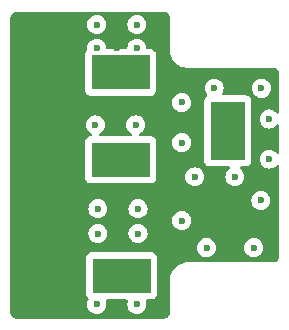
<source format=gbr>
%TF.GenerationSoftware,KiCad,Pcbnew,8.0.7*%
%TF.CreationDate,2025-04-11T01:52:17-04:00*%
%TF.ProjectId,1M_3F,314d5f33-462e-46b6-9963-61645f706362,rev?*%
%TF.SameCoordinates,Original*%
%TF.FileFunction,Copper,L3,Inr*%
%TF.FilePolarity,Positive*%
%FSLAX46Y46*%
G04 Gerber Fmt 4.6, Leading zero omitted, Abs format (unit mm)*
G04 Created by KiCad (PCBNEW 8.0.7) date 2025-04-11 01:52:17*
%MOMM*%
%LPD*%
G01*
G04 APERTURE LIST*
%TA.AperFunction,ComponentPad*%
%ADD10R,3.000000X5.000000*%
%TD*%
%TA.AperFunction,ComponentPad*%
%ADD11R,5.000000X3.000000*%
%TD*%
%TA.AperFunction,ViaPad*%
%ADD12C,0.600000*%
%TD*%
G04 APERTURE END LIST*
D10*
%TO.N,Net-(J1-Pin_1)*%
%TO.C,J1*%
X97207100Y-47653300D03*
D11*
%TO.N,GND*%
X102844600Y-47040800D03*
%TD*%
D10*
%TO.N,Net-(J1-Pin_1)*%
%TO.C,J3*%
X96275000Y-56262500D03*
D11*
%TO.N,GND*%
X102912500Y-56875000D03*
%TD*%
%TO.N,Net-(J1-Pin_1)*%
%TO.C,J4*%
X111287500Y-51247500D03*
D10*
%TO.N,GND*%
X111900000Y-44610000D03*
%TD*%
%TO.N,Net-(J1-Pin_1)*%
%TO.C,J2*%
X96200000Y-39050000D03*
D11*
%TO.N,GND*%
X102837500Y-39662500D03*
%TD*%
D12*
%TO.N,GND*%
X114100000Y-54500000D03*
%TO.N,Net-(J1-Pin_1)*%
X108350000Y-54500000D03*
X111750000Y-54500000D03*
%TO.N,GND*%
X110100000Y-54500000D03*
X110750000Y-41000000D03*
X100800000Y-59300000D03*
X112500000Y-48500000D03*
X104200000Y-35600000D03*
X104300000Y-51200000D03*
X104100000Y-44100000D03*
X100700000Y-44100000D03*
X100900000Y-51200000D03*
X104300000Y-53300000D03*
X108000000Y-52200000D03*
X100800000Y-35600000D03*
X115400000Y-47000000D03*
X104200000Y-37600000D03*
X108000000Y-42200000D03*
X108000000Y-45600000D03*
X104200000Y-59300000D03*
X100800000Y-37600000D03*
X114700000Y-50500000D03*
X109100000Y-48500000D03*
X100900000Y-53300000D03*
X115400000Y-43600000D03*
X114750000Y-41000000D03*
%TO.N,Net-(J1-Pin_1)*%
X94600000Y-46200000D03*
X94600000Y-50200000D03*
X95100000Y-42300000D03*
X108000000Y-50500000D03*
X97200000Y-52900000D03*
X98600000Y-38300000D03*
X96100000Y-59800000D03*
X99200000Y-35400000D03*
X102600000Y-53300000D03*
X115400000Y-45300000D03*
X95200000Y-52900000D03*
X94200000Y-51200000D03*
X95100000Y-44100000D03*
X99200000Y-51200000D03*
X94600000Y-45200000D03*
X98100000Y-42300000D03*
X115750000Y-42000000D03*
X108000000Y-47300000D03*
X112400000Y-41000000D03*
X95200000Y-35400000D03*
X102600000Y-51200000D03*
X99100000Y-44100000D03*
X102400000Y-44100000D03*
X98100000Y-44100000D03*
X99100000Y-42300000D03*
X96200000Y-52900000D03*
X97200000Y-35400000D03*
X108000000Y-43900000D03*
X97200000Y-51200000D03*
X96200000Y-35400000D03*
X94200000Y-52900000D03*
X99100000Y-59800000D03*
X94100000Y-59800000D03*
X99200000Y-52900000D03*
X105900000Y-37600000D03*
X98600000Y-36300000D03*
X110800000Y-48500000D03*
X98600000Y-39300000D03*
X102500000Y-35600000D03*
X96100000Y-42300000D03*
X98200000Y-35400000D03*
X98600000Y-40300000D03*
X98600000Y-37300000D03*
X102500000Y-59300000D03*
X94100000Y-44100000D03*
X106000000Y-51200000D03*
X98100000Y-59800000D03*
X94600000Y-49200000D03*
X105800000Y-44100000D03*
X94100000Y-42300000D03*
X97100000Y-44100000D03*
X109000000Y-41000000D03*
X105900000Y-59300000D03*
X95100000Y-59800000D03*
X96100000Y-44100000D03*
X114700000Y-52200000D03*
X97100000Y-59800000D03*
X97100000Y-42300000D03*
X114200000Y-48500000D03*
X94600000Y-47200000D03*
X106000000Y-53300000D03*
X98200000Y-52900000D03*
X94600000Y-48200000D03*
X95200000Y-51200000D03*
X96200000Y-51200000D03*
X98200000Y-51200000D03*
X102500000Y-37600000D03*
X105900000Y-35600000D03*
X98600000Y-41300000D03*
X94200000Y-35400000D03*
%TD*%
%TA.AperFunction,Conductor*%
%TO.N,Net-(J1-Pin_1)*%
G36*
X106506922Y-34501280D02*
G01*
X106597266Y-34511459D01*
X106624331Y-34517636D01*
X106703540Y-34545352D01*
X106728553Y-34557398D01*
X106799606Y-34602043D01*
X106821313Y-34619355D01*
X106880644Y-34678686D01*
X106897957Y-34700395D01*
X106942600Y-34771444D01*
X106954648Y-34796462D01*
X106982362Y-34875666D01*
X106988540Y-34902735D01*
X106998720Y-34993076D01*
X106999500Y-35006961D01*
X106999500Y-37857317D01*
X107030044Y-38069764D01*
X107030047Y-38069774D01*
X107090517Y-38275715D01*
X107179672Y-38470938D01*
X107179679Y-38470951D01*
X107295720Y-38651514D01*
X107436275Y-38813724D01*
X107560277Y-38921172D01*
X107598487Y-38954281D01*
X107714831Y-39029050D01*
X107779048Y-39070320D01*
X107779061Y-39070327D01*
X107974284Y-39159482D01*
X107974288Y-39159483D01*
X107974290Y-39159484D01*
X108180231Y-39219954D01*
X108180232Y-39219954D01*
X108180235Y-39219955D01*
X108243584Y-39229062D01*
X108392682Y-39250500D01*
X108434108Y-39250500D01*
X115684108Y-39250500D01*
X115743038Y-39250500D01*
X115756922Y-39251280D01*
X115847266Y-39261459D01*
X115874331Y-39267636D01*
X115953540Y-39295352D01*
X115978553Y-39307398D01*
X116049606Y-39352043D01*
X116071313Y-39369355D01*
X116130644Y-39428686D01*
X116147957Y-39450395D01*
X116192600Y-39521444D01*
X116204648Y-39546462D01*
X116232362Y-39625666D01*
X116238540Y-39652735D01*
X116248720Y-39743076D01*
X116249500Y-39756961D01*
X116249500Y-43018841D01*
X116229815Y-43085880D01*
X116177011Y-43131635D01*
X116107853Y-43141579D01*
X116044297Y-43112554D01*
X116034770Y-43102631D01*
X116034740Y-43102662D01*
X115902262Y-42970184D01*
X115749523Y-42874211D01*
X115579254Y-42814631D01*
X115579249Y-42814630D01*
X115400004Y-42794435D01*
X115399996Y-42794435D01*
X115220750Y-42814630D01*
X115220745Y-42814631D01*
X115050476Y-42874211D01*
X114897737Y-42970184D01*
X114770184Y-43097737D01*
X114674211Y-43250476D01*
X114614631Y-43420745D01*
X114614630Y-43420750D01*
X114594435Y-43599996D01*
X114594435Y-43600003D01*
X114614630Y-43779249D01*
X114614631Y-43779254D01*
X114674211Y-43949523D01*
X114744166Y-44060855D01*
X114770184Y-44102262D01*
X114897738Y-44229816D01*
X115050478Y-44325789D01*
X115220745Y-44385368D01*
X115220750Y-44385369D01*
X115399996Y-44405565D01*
X115400000Y-44405565D01*
X115400004Y-44405565D01*
X115579249Y-44385369D01*
X115579252Y-44385368D01*
X115579255Y-44385368D01*
X115749522Y-44325789D01*
X115902262Y-44229816D01*
X116029816Y-44102262D01*
X116029816Y-44102261D01*
X116034740Y-44097338D01*
X116036011Y-44098609D01*
X116085740Y-44063705D01*
X116155552Y-44060855D01*
X116215822Y-44096200D01*
X116247416Y-44158518D01*
X116249500Y-44181158D01*
X116249500Y-46418841D01*
X116229815Y-46485880D01*
X116177011Y-46531635D01*
X116107853Y-46541579D01*
X116044297Y-46512554D01*
X116034770Y-46502631D01*
X116034740Y-46502662D01*
X115902262Y-46370184D01*
X115749523Y-46274211D01*
X115579254Y-46214631D01*
X115579249Y-46214630D01*
X115400004Y-46194435D01*
X115399996Y-46194435D01*
X115220750Y-46214630D01*
X115220745Y-46214631D01*
X115050476Y-46274211D01*
X114897737Y-46370184D01*
X114770184Y-46497737D01*
X114674211Y-46650476D01*
X114614631Y-46820745D01*
X114614630Y-46820750D01*
X114594435Y-46999996D01*
X114594435Y-47000003D01*
X114614630Y-47179249D01*
X114614631Y-47179254D01*
X114674211Y-47349523D01*
X114744166Y-47460855D01*
X114770184Y-47502262D01*
X114897738Y-47629816D01*
X114898324Y-47630184D01*
X115032721Y-47714632D01*
X115050478Y-47725789D01*
X115125802Y-47752146D01*
X115220745Y-47785368D01*
X115220750Y-47785369D01*
X115399996Y-47805565D01*
X115400000Y-47805565D01*
X115400004Y-47805565D01*
X115579249Y-47785369D01*
X115579252Y-47785368D01*
X115579255Y-47785368D01*
X115749522Y-47725789D01*
X115902262Y-47629816D01*
X116029816Y-47502262D01*
X116029816Y-47502261D01*
X116034740Y-47497338D01*
X116036011Y-47498609D01*
X116085740Y-47463705D01*
X116155552Y-47460855D01*
X116215822Y-47496200D01*
X116247416Y-47558518D01*
X116249500Y-47581158D01*
X116249500Y-55243038D01*
X116248720Y-55256923D01*
X116238540Y-55347264D01*
X116232362Y-55374333D01*
X116204648Y-55453537D01*
X116192600Y-55478555D01*
X116147957Y-55549604D01*
X116130644Y-55571313D01*
X116071313Y-55630644D01*
X116049604Y-55647957D01*
X115978555Y-55692600D01*
X115953537Y-55704648D01*
X115874333Y-55732362D01*
X115847264Y-55738540D01*
X115767075Y-55747576D01*
X115756921Y-55748720D01*
X115743038Y-55749500D01*
X108392682Y-55749500D01*
X108180235Y-55780044D01*
X108180225Y-55780047D01*
X107974284Y-55840517D01*
X107779061Y-55929672D01*
X107779048Y-55929679D01*
X107598485Y-56045720D01*
X107436275Y-56186275D01*
X107295720Y-56348485D01*
X107179679Y-56529048D01*
X107179672Y-56529061D01*
X107090517Y-56724284D01*
X107030047Y-56930225D01*
X107030044Y-56930235D01*
X106999500Y-57142682D01*
X106999500Y-59993038D01*
X106998720Y-60006923D01*
X106988540Y-60097264D01*
X106982362Y-60124333D01*
X106954648Y-60203537D01*
X106942600Y-60228555D01*
X106897957Y-60299604D01*
X106880644Y-60321313D01*
X106821313Y-60380644D01*
X106799604Y-60397957D01*
X106728555Y-60442600D01*
X106703537Y-60454648D01*
X106624333Y-60482362D01*
X106597264Y-60488540D01*
X106517075Y-60497576D01*
X106506921Y-60498720D01*
X106493038Y-60499500D01*
X94006962Y-60499500D01*
X93993078Y-60498720D01*
X93980553Y-60497308D01*
X93902735Y-60488540D01*
X93875666Y-60482362D01*
X93796462Y-60454648D01*
X93771444Y-60442600D01*
X93700395Y-60397957D01*
X93678686Y-60380644D01*
X93619355Y-60321313D01*
X93602042Y-60299604D01*
X93557399Y-60228555D01*
X93545351Y-60203537D01*
X93517637Y-60124333D01*
X93511459Y-60097263D01*
X93501280Y-60006922D01*
X93500500Y-59993038D01*
X93500500Y-55327135D01*
X99912000Y-55327135D01*
X99912000Y-58422870D01*
X99912001Y-58422876D01*
X99918408Y-58482483D01*
X99968702Y-58617328D01*
X99968706Y-58617335D01*
X100054951Y-58732542D01*
X100054954Y-58732546D01*
X100054957Y-58732548D01*
X100054960Y-58732551D01*
X100069700Y-58743586D01*
X100111571Y-58799519D01*
X100116555Y-58869211D01*
X100100384Y-58908822D01*
X100074209Y-58950480D01*
X100014633Y-59120737D01*
X100014630Y-59120750D01*
X99994435Y-59299996D01*
X99994435Y-59300003D01*
X100014630Y-59479249D01*
X100014631Y-59479254D01*
X100074211Y-59649523D01*
X100170184Y-59802262D01*
X100297738Y-59929816D01*
X100450478Y-60025789D01*
X100620745Y-60085368D01*
X100620750Y-60085369D01*
X100799996Y-60105565D01*
X100800000Y-60105565D01*
X100800004Y-60105565D01*
X100979249Y-60085369D01*
X100979252Y-60085368D01*
X100979255Y-60085368D01*
X101149522Y-60025789D01*
X101302262Y-59929816D01*
X101429816Y-59802262D01*
X101525789Y-59649522D01*
X101585368Y-59479255D01*
X101605565Y-59300000D01*
X101585368Y-59120745D01*
X101557273Y-59040454D01*
X101553712Y-58970675D01*
X101588441Y-58910047D01*
X101650434Y-58877820D01*
X101674315Y-58875499D01*
X103325685Y-58875499D01*
X103392724Y-58895184D01*
X103438479Y-58947988D01*
X103448423Y-59017146D01*
X103442727Y-59040454D01*
X103414631Y-59120745D01*
X103414630Y-59120750D01*
X103394435Y-59299996D01*
X103394435Y-59300003D01*
X103414630Y-59479249D01*
X103414631Y-59479254D01*
X103474211Y-59649523D01*
X103570184Y-59802262D01*
X103697738Y-59929816D01*
X103850478Y-60025789D01*
X104020745Y-60085368D01*
X104020750Y-60085369D01*
X104199996Y-60105565D01*
X104200000Y-60105565D01*
X104200004Y-60105565D01*
X104379249Y-60085369D01*
X104379252Y-60085368D01*
X104379255Y-60085368D01*
X104549522Y-60025789D01*
X104702262Y-59929816D01*
X104829816Y-59802262D01*
X104925789Y-59649522D01*
X104985368Y-59479255D01*
X105005565Y-59300000D01*
X104985368Y-59120745D01*
X104957273Y-59040454D01*
X104953712Y-58970675D01*
X104988441Y-58910047D01*
X105050434Y-58877820D01*
X105074315Y-58875499D01*
X105460371Y-58875499D01*
X105460372Y-58875499D01*
X105519983Y-58869091D01*
X105654831Y-58818796D01*
X105770046Y-58732546D01*
X105856296Y-58617331D01*
X105906591Y-58482483D01*
X105913000Y-58422873D01*
X105912999Y-55327128D01*
X105906591Y-55267517D01*
X105891027Y-55225789D01*
X105856297Y-55132671D01*
X105856293Y-55132664D01*
X105770047Y-55017455D01*
X105770044Y-55017452D01*
X105654835Y-54931206D01*
X105654828Y-54931202D01*
X105519982Y-54880908D01*
X105519983Y-54880908D01*
X105460383Y-54874501D01*
X105460381Y-54874500D01*
X105460373Y-54874500D01*
X105460364Y-54874500D01*
X100364629Y-54874500D01*
X100364623Y-54874501D01*
X100305016Y-54880908D01*
X100170171Y-54931202D01*
X100170164Y-54931206D01*
X100054955Y-55017452D01*
X100054952Y-55017455D01*
X99968706Y-55132664D01*
X99968702Y-55132671D01*
X99918408Y-55267517D01*
X99914318Y-55305565D01*
X99912001Y-55327123D01*
X99912000Y-55327135D01*
X93500500Y-55327135D01*
X93500500Y-54499996D01*
X109294435Y-54499996D01*
X109294435Y-54500003D01*
X109314630Y-54679249D01*
X109314631Y-54679254D01*
X109374211Y-54849523D01*
X109470184Y-55002262D01*
X109597738Y-55129816D01*
X109750478Y-55225789D01*
X109839454Y-55256923D01*
X109920745Y-55285368D01*
X109920750Y-55285369D01*
X110099996Y-55305565D01*
X110100000Y-55305565D01*
X110100004Y-55305565D01*
X110279249Y-55285369D01*
X110279252Y-55285368D01*
X110279255Y-55285368D01*
X110449522Y-55225789D01*
X110602262Y-55129816D01*
X110729816Y-55002262D01*
X110825789Y-54849522D01*
X110885368Y-54679255D01*
X110905565Y-54500000D01*
X110905565Y-54499996D01*
X113294435Y-54499996D01*
X113294435Y-54500003D01*
X113314630Y-54679249D01*
X113314631Y-54679254D01*
X113374211Y-54849523D01*
X113470184Y-55002262D01*
X113597738Y-55129816D01*
X113750478Y-55225789D01*
X113839454Y-55256923D01*
X113920745Y-55285368D01*
X113920750Y-55285369D01*
X114099996Y-55305565D01*
X114100000Y-55305565D01*
X114100004Y-55305565D01*
X114279249Y-55285369D01*
X114279252Y-55285368D01*
X114279255Y-55285368D01*
X114449522Y-55225789D01*
X114602262Y-55129816D01*
X114729816Y-55002262D01*
X114825789Y-54849522D01*
X114885368Y-54679255D01*
X114905565Y-54500000D01*
X114885368Y-54320745D01*
X114825789Y-54150478D01*
X114729816Y-53997738D01*
X114602262Y-53870184D01*
X114449523Y-53774211D01*
X114279254Y-53714631D01*
X114279249Y-53714630D01*
X114100004Y-53694435D01*
X114099996Y-53694435D01*
X113920750Y-53714630D01*
X113920745Y-53714631D01*
X113750476Y-53774211D01*
X113597737Y-53870184D01*
X113470184Y-53997737D01*
X113374211Y-54150476D01*
X113314631Y-54320745D01*
X113314630Y-54320750D01*
X113294435Y-54499996D01*
X110905565Y-54499996D01*
X110885368Y-54320745D01*
X110825789Y-54150478D01*
X110729816Y-53997738D01*
X110602262Y-53870184D01*
X110449523Y-53774211D01*
X110279254Y-53714631D01*
X110279249Y-53714630D01*
X110100004Y-53694435D01*
X110099996Y-53694435D01*
X109920750Y-53714630D01*
X109920745Y-53714631D01*
X109750476Y-53774211D01*
X109597737Y-53870184D01*
X109470184Y-53997737D01*
X109374211Y-54150476D01*
X109314631Y-54320745D01*
X109314630Y-54320750D01*
X109294435Y-54499996D01*
X93500500Y-54499996D01*
X93500500Y-53299996D01*
X100094435Y-53299996D01*
X100094435Y-53300003D01*
X100114630Y-53479249D01*
X100114631Y-53479254D01*
X100174211Y-53649523D01*
X100215122Y-53714632D01*
X100270184Y-53802262D01*
X100397738Y-53929816D01*
X100488080Y-53986582D01*
X100505833Y-53997737D01*
X100550478Y-54025789D01*
X100720745Y-54085368D01*
X100720750Y-54085369D01*
X100899996Y-54105565D01*
X100900000Y-54105565D01*
X100900004Y-54105565D01*
X101079249Y-54085369D01*
X101079252Y-54085368D01*
X101079255Y-54085368D01*
X101249522Y-54025789D01*
X101402262Y-53929816D01*
X101529816Y-53802262D01*
X101625789Y-53649522D01*
X101685368Y-53479255D01*
X101705565Y-53300000D01*
X101705565Y-53299996D01*
X103494435Y-53299996D01*
X103494435Y-53300003D01*
X103514630Y-53479249D01*
X103514631Y-53479254D01*
X103574211Y-53649523D01*
X103615122Y-53714632D01*
X103670184Y-53802262D01*
X103797738Y-53929816D01*
X103888080Y-53986582D01*
X103905833Y-53997737D01*
X103950478Y-54025789D01*
X104120745Y-54085368D01*
X104120750Y-54085369D01*
X104299996Y-54105565D01*
X104300000Y-54105565D01*
X104300004Y-54105565D01*
X104479249Y-54085369D01*
X104479252Y-54085368D01*
X104479255Y-54085368D01*
X104649522Y-54025789D01*
X104802262Y-53929816D01*
X104929816Y-53802262D01*
X105025789Y-53649522D01*
X105085368Y-53479255D01*
X105105565Y-53300000D01*
X105085368Y-53120745D01*
X105025789Y-52950478D01*
X104929816Y-52797738D01*
X104802262Y-52670184D01*
X104649523Y-52574211D01*
X104479254Y-52514631D01*
X104479249Y-52514630D01*
X104300004Y-52494435D01*
X104299996Y-52494435D01*
X104120750Y-52514630D01*
X104120745Y-52514631D01*
X103950476Y-52574211D01*
X103797737Y-52670184D01*
X103670184Y-52797737D01*
X103574211Y-52950476D01*
X103514631Y-53120745D01*
X103514630Y-53120750D01*
X103494435Y-53299996D01*
X101705565Y-53299996D01*
X101685368Y-53120745D01*
X101625789Y-52950478D01*
X101529816Y-52797738D01*
X101402262Y-52670184D01*
X101249523Y-52574211D01*
X101079254Y-52514631D01*
X101079249Y-52514630D01*
X100900004Y-52494435D01*
X100899996Y-52494435D01*
X100720750Y-52514630D01*
X100720745Y-52514631D01*
X100550476Y-52574211D01*
X100397737Y-52670184D01*
X100270184Y-52797737D01*
X100174211Y-52950476D01*
X100114631Y-53120745D01*
X100114630Y-53120750D01*
X100094435Y-53299996D01*
X93500500Y-53299996D01*
X93500500Y-52199996D01*
X107194435Y-52199996D01*
X107194435Y-52200003D01*
X107214630Y-52379249D01*
X107214631Y-52379254D01*
X107274211Y-52549523D01*
X107289724Y-52574211D01*
X107370184Y-52702262D01*
X107497738Y-52829816D01*
X107650478Y-52925789D01*
X107820745Y-52985368D01*
X107820750Y-52985369D01*
X107999996Y-53005565D01*
X108000000Y-53005565D01*
X108000004Y-53005565D01*
X108179249Y-52985369D01*
X108179252Y-52985368D01*
X108179255Y-52985368D01*
X108349522Y-52925789D01*
X108502262Y-52829816D01*
X108629816Y-52702262D01*
X108725789Y-52549522D01*
X108785368Y-52379255D01*
X108805565Y-52200000D01*
X108785368Y-52020745D01*
X108725789Y-51850478D01*
X108629816Y-51697738D01*
X108502262Y-51570184D01*
X108469379Y-51549522D01*
X108349523Y-51474211D01*
X108179254Y-51414631D01*
X108179249Y-51414630D01*
X108000004Y-51394435D01*
X107999996Y-51394435D01*
X107820750Y-51414630D01*
X107820745Y-51414631D01*
X107650476Y-51474211D01*
X107497737Y-51570184D01*
X107370184Y-51697737D01*
X107274211Y-51850476D01*
X107214631Y-52020745D01*
X107214630Y-52020750D01*
X107194435Y-52199996D01*
X93500500Y-52199996D01*
X93500500Y-51199996D01*
X100094435Y-51199996D01*
X100094435Y-51200003D01*
X100114630Y-51379249D01*
X100114631Y-51379254D01*
X100174211Y-51549523D01*
X100267341Y-51697737D01*
X100270184Y-51702262D01*
X100397738Y-51829816D01*
X100550478Y-51925789D01*
X100720745Y-51985368D01*
X100720750Y-51985369D01*
X100899996Y-52005565D01*
X100900000Y-52005565D01*
X100900004Y-52005565D01*
X101079249Y-51985369D01*
X101079252Y-51985368D01*
X101079255Y-51985368D01*
X101249522Y-51925789D01*
X101402262Y-51829816D01*
X101529816Y-51702262D01*
X101625789Y-51549522D01*
X101685368Y-51379255D01*
X101693671Y-51305565D01*
X101705565Y-51200003D01*
X101705565Y-51199996D01*
X103494435Y-51199996D01*
X103494435Y-51200003D01*
X103514630Y-51379249D01*
X103514631Y-51379254D01*
X103574211Y-51549523D01*
X103667341Y-51697737D01*
X103670184Y-51702262D01*
X103797738Y-51829816D01*
X103950478Y-51925789D01*
X104120745Y-51985368D01*
X104120750Y-51985369D01*
X104299996Y-52005565D01*
X104300000Y-52005565D01*
X104300004Y-52005565D01*
X104479249Y-51985369D01*
X104479252Y-51985368D01*
X104479255Y-51985368D01*
X104649522Y-51925789D01*
X104802262Y-51829816D01*
X104929816Y-51702262D01*
X105025789Y-51549522D01*
X105085368Y-51379255D01*
X105093671Y-51305565D01*
X105105565Y-51200003D01*
X105105565Y-51199996D01*
X105085369Y-51020750D01*
X105085368Y-51020745D01*
X105025789Y-50850478D01*
X105025188Y-50849522D01*
X104929815Y-50697737D01*
X104802262Y-50570184D01*
X104690559Y-50499996D01*
X113894435Y-50499996D01*
X113894435Y-50500003D01*
X113914630Y-50679249D01*
X113914631Y-50679254D01*
X113974211Y-50849523D01*
X114070184Y-51002262D01*
X114197738Y-51129816D01*
X114350478Y-51225789D01*
X114520745Y-51285368D01*
X114520750Y-51285369D01*
X114699996Y-51305565D01*
X114700000Y-51305565D01*
X114700004Y-51305565D01*
X114879249Y-51285369D01*
X114879252Y-51285368D01*
X114879255Y-51285368D01*
X115049522Y-51225789D01*
X115202262Y-51129816D01*
X115329816Y-51002262D01*
X115425789Y-50849522D01*
X115485368Y-50679255D01*
X115485369Y-50679249D01*
X115505565Y-50500003D01*
X115505565Y-50499996D01*
X115485369Y-50320750D01*
X115485368Y-50320745D01*
X115425788Y-50150476D01*
X115329815Y-49997737D01*
X115202262Y-49870184D01*
X115049523Y-49774211D01*
X114879254Y-49714631D01*
X114879249Y-49714630D01*
X114700004Y-49694435D01*
X114699996Y-49694435D01*
X114520750Y-49714630D01*
X114520745Y-49714631D01*
X114350476Y-49774211D01*
X114197737Y-49870184D01*
X114070184Y-49997737D01*
X113974211Y-50150476D01*
X113914631Y-50320745D01*
X113914630Y-50320750D01*
X113894435Y-50499996D01*
X104690559Y-50499996D01*
X104649523Y-50474211D01*
X104479254Y-50414631D01*
X104479249Y-50414630D01*
X104300004Y-50394435D01*
X104299996Y-50394435D01*
X104120750Y-50414630D01*
X104120745Y-50414631D01*
X103950476Y-50474211D01*
X103797737Y-50570184D01*
X103670184Y-50697737D01*
X103574211Y-50850476D01*
X103514631Y-51020745D01*
X103514630Y-51020750D01*
X103494435Y-51199996D01*
X101705565Y-51199996D01*
X101685369Y-51020750D01*
X101685368Y-51020745D01*
X101625789Y-50850478D01*
X101625188Y-50849522D01*
X101529815Y-50697737D01*
X101402262Y-50570184D01*
X101249523Y-50474211D01*
X101079254Y-50414631D01*
X101079249Y-50414630D01*
X100900004Y-50394435D01*
X100899996Y-50394435D01*
X100720750Y-50414630D01*
X100720745Y-50414631D01*
X100550476Y-50474211D01*
X100397737Y-50570184D01*
X100270184Y-50697737D01*
X100174211Y-50850476D01*
X100114631Y-51020745D01*
X100114630Y-51020750D01*
X100094435Y-51199996D01*
X93500500Y-51199996D01*
X93500500Y-45492935D01*
X99844100Y-45492935D01*
X99844100Y-48588670D01*
X99844101Y-48588676D01*
X99850508Y-48648283D01*
X99900802Y-48783128D01*
X99900806Y-48783135D01*
X99987052Y-48898344D01*
X99987055Y-48898347D01*
X100102264Y-48984593D01*
X100102271Y-48984597D01*
X100237117Y-49034891D01*
X100237116Y-49034891D01*
X100244044Y-49035635D01*
X100296727Y-49041300D01*
X105392472Y-49041299D01*
X105452083Y-49034891D01*
X105586931Y-48984596D01*
X105702146Y-48898346D01*
X105788396Y-48783131D01*
X105838691Y-48648283D01*
X105845100Y-48588673D01*
X105845100Y-48499996D01*
X108294435Y-48499996D01*
X108294435Y-48500003D01*
X108314630Y-48679249D01*
X108314631Y-48679254D01*
X108374211Y-48849523D01*
X108459082Y-48984593D01*
X108470184Y-49002262D01*
X108597738Y-49129816D01*
X108750478Y-49225789D01*
X108920745Y-49285368D01*
X108920750Y-49285369D01*
X109099996Y-49305565D01*
X109100000Y-49305565D01*
X109100004Y-49305565D01*
X109279249Y-49285369D01*
X109279252Y-49285368D01*
X109279255Y-49285368D01*
X109449522Y-49225789D01*
X109602262Y-49129816D01*
X109729816Y-49002262D01*
X109825789Y-48849522D01*
X109885368Y-48679255D01*
X109895574Y-48588672D01*
X109905565Y-48500003D01*
X109905565Y-48499996D01*
X109885369Y-48320750D01*
X109885368Y-48320745D01*
X109825788Y-48150476D01*
X109729815Y-47997737D01*
X109602262Y-47870184D01*
X109449523Y-47774211D01*
X109279254Y-47714631D01*
X109279249Y-47714630D01*
X109100004Y-47694435D01*
X109099996Y-47694435D01*
X108920750Y-47714630D01*
X108920745Y-47714631D01*
X108750476Y-47774211D01*
X108597737Y-47870184D01*
X108470184Y-47997737D01*
X108374211Y-48150476D01*
X108314631Y-48320745D01*
X108314630Y-48320750D01*
X108294435Y-48499996D01*
X105845100Y-48499996D01*
X105845099Y-45599996D01*
X107194435Y-45599996D01*
X107194435Y-45600003D01*
X107214630Y-45779249D01*
X107214631Y-45779254D01*
X107274211Y-45949523D01*
X107370184Y-46102262D01*
X107497738Y-46229816D01*
X107650478Y-46325789D01*
X107777352Y-46370184D01*
X107820745Y-46385368D01*
X107820750Y-46385369D01*
X107999996Y-46405565D01*
X108000000Y-46405565D01*
X108000004Y-46405565D01*
X108179249Y-46385369D01*
X108179252Y-46385368D01*
X108179255Y-46385368D01*
X108349522Y-46325789D01*
X108502262Y-46229816D01*
X108629816Y-46102262D01*
X108725789Y-45949522D01*
X108785368Y-45779255D01*
X108805565Y-45600000D01*
X108793501Y-45492929D01*
X108785369Y-45420750D01*
X108785368Y-45420745D01*
X108725788Y-45250476D01*
X108629815Y-45097737D01*
X108502262Y-44970184D01*
X108349523Y-44874211D01*
X108179254Y-44814631D01*
X108179249Y-44814630D01*
X108000004Y-44794435D01*
X107999996Y-44794435D01*
X107820750Y-44814630D01*
X107820745Y-44814631D01*
X107650476Y-44874211D01*
X107497737Y-44970184D01*
X107370184Y-45097737D01*
X107274211Y-45250476D01*
X107214631Y-45420745D01*
X107214630Y-45420750D01*
X107194435Y-45599996D01*
X105845099Y-45599996D01*
X105845099Y-45492928D01*
X105838691Y-45433317D01*
X105788396Y-45298469D01*
X105788395Y-45298468D01*
X105788393Y-45298464D01*
X105702147Y-45183255D01*
X105702144Y-45183252D01*
X105586935Y-45097006D01*
X105586928Y-45097002D01*
X105452082Y-45046708D01*
X105452083Y-45046708D01*
X105392483Y-45040301D01*
X105392481Y-45040300D01*
X105392473Y-45040300D01*
X105392465Y-45040300D01*
X104538543Y-45040300D01*
X104471504Y-45020615D01*
X104425749Y-44967811D01*
X104415805Y-44898653D01*
X104444830Y-44835097D01*
X104472569Y-44811307D01*
X104602262Y-44729816D01*
X104729816Y-44602262D01*
X104825789Y-44449522D01*
X104885368Y-44279255D01*
X104885369Y-44279249D01*
X104905565Y-44100003D01*
X104905565Y-44099996D01*
X104885369Y-43920750D01*
X104885368Y-43920745D01*
X104825789Y-43750478D01*
X104729816Y-43597738D01*
X104602262Y-43470184D01*
X104449523Y-43374211D01*
X104279254Y-43314631D01*
X104279249Y-43314630D01*
X104100004Y-43294435D01*
X104099996Y-43294435D01*
X103920750Y-43314630D01*
X103920745Y-43314631D01*
X103750476Y-43374211D01*
X103597737Y-43470184D01*
X103470184Y-43597737D01*
X103374211Y-43750476D01*
X103314631Y-43920745D01*
X103314630Y-43920750D01*
X103294435Y-44099996D01*
X103294435Y-44100003D01*
X103314630Y-44279249D01*
X103314631Y-44279254D01*
X103374211Y-44449523D01*
X103470184Y-44602262D01*
X103597738Y-44729816D01*
X103670631Y-44775618D01*
X103727428Y-44811306D01*
X103773719Y-44863641D01*
X103784367Y-44932695D01*
X103755992Y-44996543D01*
X103697602Y-45034915D01*
X103661456Y-45040300D01*
X101138542Y-45040300D01*
X101071503Y-45020615D01*
X101025748Y-44967811D01*
X101015804Y-44898653D01*
X101044829Y-44835097D01*
X101072565Y-44811309D01*
X101202262Y-44729816D01*
X101329816Y-44602262D01*
X101425789Y-44449522D01*
X101485368Y-44279255D01*
X101485369Y-44279249D01*
X101505565Y-44100003D01*
X101505565Y-44099996D01*
X101485369Y-43920750D01*
X101485368Y-43920745D01*
X101425789Y-43750478D01*
X101329816Y-43597738D01*
X101202262Y-43470184D01*
X101049523Y-43374211D01*
X100879254Y-43314631D01*
X100879249Y-43314630D01*
X100700004Y-43294435D01*
X100699996Y-43294435D01*
X100520750Y-43314630D01*
X100520745Y-43314631D01*
X100350476Y-43374211D01*
X100197737Y-43470184D01*
X100070184Y-43597737D01*
X99974211Y-43750476D01*
X99914631Y-43920745D01*
X99914630Y-43920750D01*
X99894435Y-44099996D01*
X99894435Y-44100003D01*
X99914630Y-44279249D01*
X99914631Y-44279254D01*
X99974211Y-44449523D01*
X100070184Y-44602262D01*
X100197737Y-44729815D01*
X100197743Y-44729820D01*
X100331610Y-44813935D01*
X100377901Y-44866269D01*
X100388549Y-44935323D01*
X100360174Y-44999171D01*
X100301784Y-45037543D01*
X100278892Y-45042218D01*
X100237116Y-45046709D01*
X100102271Y-45097002D01*
X100102264Y-45097006D01*
X99987055Y-45183252D01*
X99987052Y-45183255D01*
X99900806Y-45298464D01*
X99900802Y-45298471D01*
X99850508Y-45433317D01*
X99844101Y-45492916D01*
X99844101Y-45492923D01*
X99844100Y-45492935D01*
X93500500Y-45492935D01*
X93500500Y-42199996D01*
X107194435Y-42199996D01*
X107194435Y-42200003D01*
X107214630Y-42379249D01*
X107214631Y-42379254D01*
X107274211Y-42549523D01*
X107370184Y-42702262D01*
X107497738Y-42829816D01*
X107650478Y-42925789D01*
X107777352Y-42970184D01*
X107820745Y-42985368D01*
X107820750Y-42985369D01*
X107999996Y-43005565D01*
X108000000Y-43005565D01*
X108000004Y-43005565D01*
X108179249Y-42985369D01*
X108179252Y-42985368D01*
X108179255Y-42985368D01*
X108349522Y-42925789D01*
X108502262Y-42829816D01*
X108629816Y-42702262D01*
X108725789Y-42549522D01*
X108785368Y-42379255D01*
X108805565Y-42200000D01*
X108790031Y-42062135D01*
X109899500Y-42062135D01*
X109899500Y-47157870D01*
X109899501Y-47157876D01*
X109905908Y-47217483D01*
X109956202Y-47352328D01*
X109956206Y-47352335D01*
X110042452Y-47467544D01*
X110042455Y-47467547D01*
X110157664Y-47553793D01*
X110157671Y-47553797D01*
X110292517Y-47604091D01*
X110292516Y-47604091D01*
X110299444Y-47604835D01*
X110352127Y-47610500D01*
X111980610Y-47610499D01*
X112047648Y-47630184D01*
X112093403Y-47682987D01*
X112103347Y-47752146D01*
X112074322Y-47815702D01*
X112046583Y-47839492D01*
X111997736Y-47870185D01*
X111870184Y-47997737D01*
X111774211Y-48150476D01*
X111714631Y-48320745D01*
X111714630Y-48320750D01*
X111694435Y-48499996D01*
X111694435Y-48500003D01*
X111714630Y-48679249D01*
X111714631Y-48679254D01*
X111774211Y-48849523D01*
X111859082Y-48984593D01*
X111870184Y-49002262D01*
X111997738Y-49129816D01*
X112150478Y-49225789D01*
X112320745Y-49285368D01*
X112320750Y-49285369D01*
X112499996Y-49305565D01*
X112500000Y-49305565D01*
X112500004Y-49305565D01*
X112679249Y-49285369D01*
X112679252Y-49285368D01*
X112679255Y-49285368D01*
X112849522Y-49225789D01*
X113002262Y-49129816D01*
X113129816Y-49002262D01*
X113225789Y-48849522D01*
X113285368Y-48679255D01*
X113295574Y-48588672D01*
X113305565Y-48500003D01*
X113305565Y-48499996D01*
X113285369Y-48320750D01*
X113285368Y-48320745D01*
X113225788Y-48150476D01*
X113129815Y-47997737D01*
X113002262Y-47870184D01*
X112953416Y-47839492D01*
X112907126Y-47787158D01*
X112896478Y-47718105D01*
X112924853Y-47654256D01*
X112983242Y-47615884D01*
X113019388Y-47610499D01*
X113447872Y-47610499D01*
X113507483Y-47604091D01*
X113642331Y-47553796D01*
X113757546Y-47467546D01*
X113843796Y-47352331D01*
X113894091Y-47217483D01*
X113900500Y-47157873D01*
X113900499Y-42062128D01*
X113894091Y-42002517D01*
X113843796Y-41867669D01*
X113843795Y-41867668D01*
X113843793Y-41867664D01*
X113757547Y-41752455D01*
X113757544Y-41752452D01*
X113642335Y-41666206D01*
X113642328Y-41666202D01*
X113507482Y-41615908D01*
X113507483Y-41615908D01*
X113447883Y-41609501D01*
X113447881Y-41609500D01*
X113447873Y-41609500D01*
X113447865Y-41609500D01*
X111536795Y-41609500D01*
X111469756Y-41589815D01*
X111424001Y-41537011D01*
X111414057Y-41467853D01*
X111431802Y-41419527D01*
X111475788Y-41349524D01*
X111524479Y-41210373D01*
X111535368Y-41179255D01*
X111555565Y-41000000D01*
X111555565Y-40999996D01*
X113944435Y-40999996D01*
X113944435Y-41000003D01*
X113964630Y-41179249D01*
X113964631Y-41179254D01*
X114024211Y-41349523D01*
X114065122Y-41414632D01*
X114120184Y-41502262D01*
X114247738Y-41629816D01*
X114338080Y-41686582D01*
X114355833Y-41697737D01*
X114400478Y-41725789D01*
X114570745Y-41785368D01*
X114570750Y-41785369D01*
X114749996Y-41805565D01*
X114750000Y-41805565D01*
X114750004Y-41805565D01*
X114929249Y-41785369D01*
X114929252Y-41785368D01*
X114929255Y-41785368D01*
X115099522Y-41725789D01*
X115252262Y-41629816D01*
X115379816Y-41502262D01*
X115475789Y-41349522D01*
X115535368Y-41179255D01*
X115555565Y-41000000D01*
X115535368Y-40820745D01*
X115475789Y-40650478D01*
X115379816Y-40497738D01*
X115252262Y-40370184D01*
X115099523Y-40274211D01*
X114929254Y-40214631D01*
X114929249Y-40214630D01*
X114750004Y-40194435D01*
X114749996Y-40194435D01*
X114570750Y-40214630D01*
X114570745Y-40214631D01*
X114400476Y-40274211D01*
X114247737Y-40370184D01*
X114120184Y-40497737D01*
X114024211Y-40650476D01*
X113964631Y-40820745D01*
X113964630Y-40820750D01*
X113944435Y-40999996D01*
X111555565Y-40999996D01*
X111535368Y-40820745D01*
X111475789Y-40650478D01*
X111379816Y-40497738D01*
X111252262Y-40370184D01*
X111099523Y-40274211D01*
X110929254Y-40214631D01*
X110929249Y-40214630D01*
X110750004Y-40194435D01*
X110749996Y-40194435D01*
X110570750Y-40214630D01*
X110570745Y-40214631D01*
X110400476Y-40274211D01*
X110247737Y-40370184D01*
X110120184Y-40497737D01*
X110024211Y-40650476D01*
X109964631Y-40820745D01*
X109964630Y-40820750D01*
X109944435Y-40999996D01*
X109944435Y-41000003D01*
X109964630Y-41179249D01*
X109964631Y-41179254D01*
X110024211Y-41349523D01*
X110120184Y-41502262D01*
X110128799Y-41510877D01*
X110162284Y-41572200D01*
X110157300Y-41641892D01*
X110115430Y-41697824D01*
X110042452Y-41752455D01*
X109956206Y-41867664D01*
X109956202Y-41867671D01*
X109905908Y-42002517D01*
X109899501Y-42062116D01*
X109899501Y-42062123D01*
X109899500Y-42062135D01*
X108790031Y-42062135D01*
X108785369Y-42020750D01*
X108785368Y-42020745D01*
X108731804Y-41867669D01*
X108725789Y-41850478D01*
X108629816Y-41697738D01*
X108502262Y-41570184D01*
X108407876Y-41510877D01*
X108349523Y-41474211D01*
X108179254Y-41414631D01*
X108179249Y-41414630D01*
X108000004Y-41394435D01*
X107999996Y-41394435D01*
X107820750Y-41414630D01*
X107820745Y-41414631D01*
X107650476Y-41474211D01*
X107497737Y-41570184D01*
X107370184Y-41697737D01*
X107274211Y-41850476D01*
X107214631Y-42020745D01*
X107214630Y-42020750D01*
X107194435Y-42199996D01*
X93500500Y-42199996D01*
X93500500Y-38114635D01*
X99837000Y-38114635D01*
X99837000Y-41210370D01*
X99837001Y-41210376D01*
X99843408Y-41269983D01*
X99893702Y-41404828D01*
X99893706Y-41404835D01*
X99979952Y-41520044D01*
X99979955Y-41520047D01*
X100095164Y-41606293D01*
X100095171Y-41606297D01*
X100230017Y-41656591D01*
X100230016Y-41656591D01*
X100236944Y-41657335D01*
X100289627Y-41663000D01*
X105385372Y-41662999D01*
X105444983Y-41656591D01*
X105579831Y-41606296D01*
X105695046Y-41520046D01*
X105781296Y-41404831D01*
X105831591Y-41269983D01*
X105838000Y-41210373D01*
X105837999Y-38114628D01*
X105831591Y-38055017D01*
X105798660Y-37966725D01*
X105781297Y-37920171D01*
X105781293Y-37920164D01*
X105695047Y-37804955D01*
X105695044Y-37804952D01*
X105579835Y-37718706D01*
X105579828Y-37718702D01*
X105444982Y-37668408D01*
X105444983Y-37668408D01*
X105385383Y-37662001D01*
X105385381Y-37662000D01*
X105385373Y-37662000D01*
X105385365Y-37662000D01*
X105123364Y-37662000D01*
X105056325Y-37642315D01*
X105010570Y-37589511D01*
X105000144Y-37551883D01*
X104985369Y-37420750D01*
X104985368Y-37420745D01*
X104925788Y-37250476D01*
X104829815Y-37097737D01*
X104702262Y-36970184D01*
X104549523Y-36874211D01*
X104379254Y-36814631D01*
X104379249Y-36814630D01*
X104200004Y-36794435D01*
X104199996Y-36794435D01*
X104020750Y-36814630D01*
X104020745Y-36814631D01*
X103850476Y-36874211D01*
X103697737Y-36970184D01*
X103570184Y-37097737D01*
X103474211Y-37250476D01*
X103414631Y-37420745D01*
X103414630Y-37420750D01*
X103399856Y-37551883D01*
X103372790Y-37616297D01*
X103315195Y-37655852D01*
X103276636Y-37662000D01*
X101723364Y-37662000D01*
X101656325Y-37642315D01*
X101610570Y-37589511D01*
X101600144Y-37551883D01*
X101585369Y-37420750D01*
X101585368Y-37420745D01*
X101525788Y-37250476D01*
X101429815Y-37097737D01*
X101302262Y-36970184D01*
X101149523Y-36874211D01*
X100979254Y-36814631D01*
X100979249Y-36814630D01*
X100800004Y-36794435D01*
X100799996Y-36794435D01*
X100620750Y-36814630D01*
X100620745Y-36814631D01*
X100450476Y-36874211D01*
X100297737Y-36970184D01*
X100170184Y-37097737D01*
X100074211Y-37250476D01*
X100014631Y-37420745D01*
X100014630Y-37420750D01*
X99994435Y-37599996D01*
X99994435Y-37600003D01*
X100007108Y-37712484D01*
X99995053Y-37781306D01*
X99983155Y-37800678D01*
X99893704Y-37920169D01*
X99893702Y-37920171D01*
X99843408Y-38055017D01*
X99841822Y-38069774D01*
X99837001Y-38114623D01*
X99837000Y-38114635D01*
X93500500Y-38114635D01*
X93500500Y-35599996D01*
X99994435Y-35599996D01*
X99994435Y-35600003D01*
X100014630Y-35779249D01*
X100014631Y-35779254D01*
X100074211Y-35949523D01*
X100170184Y-36102262D01*
X100297738Y-36229816D01*
X100450478Y-36325789D01*
X100620745Y-36385368D01*
X100620750Y-36385369D01*
X100799996Y-36405565D01*
X100800000Y-36405565D01*
X100800004Y-36405565D01*
X100979249Y-36385369D01*
X100979252Y-36385368D01*
X100979255Y-36385368D01*
X101149522Y-36325789D01*
X101302262Y-36229816D01*
X101429816Y-36102262D01*
X101525789Y-35949522D01*
X101585368Y-35779255D01*
X101605565Y-35600000D01*
X101605565Y-35599996D01*
X103394435Y-35599996D01*
X103394435Y-35600003D01*
X103414630Y-35779249D01*
X103414631Y-35779254D01*
X103474211Y-35949523D01*
X103570184Y-36102262D01*
X103697738Y-36229816D01*
X103850478Y-36325789D01*
X104020745Y-36385368D01*
X104020750Y-36385369D01*
X104199996Y-36405565D01*
X104200000Y-36405565D01*
X104200004Y-36405565D01*
X104379249Y-36385369D01*
X104379252Y-36385368D01*
X104379255Y-36385368D01*
X104549522Y-36325789D01*
X104702262Y-36229816D01*
X104829816Y-36102262D01*
X104925789Y-35949522D01*
X104985368Y-35779255D01*
X105005565Y-35600000D01*
X104985368Y-35420745D01*
X104925789Y-35250478D01*
X104829816Y-35097738D01*
X104702262Y-34970184D01*
X104549523Y-34874211D01*
X104379254Y-34814631D01*
X104379249Y-34814630D01*
X104200004Y-34794435D01*
X104199996Y-34794435D01*
X104020750Y-34814630D01*
X104020745Y-34814631D01*
X103850476Y-34874211D01*
X103697737Y-34970184D01*
X103570184Y-35097737D01*
X103474211Y-35250476D01*
X103414631Y-35420745D01*
X103414630Y-35420750D01*
X103394435Y-35599996D01*
X101605565Y-35599996D01*
X101585368Y-35420745D01*
X101525789Y-35250478D01*
X101429816Y-35097738D01*
X101302262Y-34970184D01*
X101149523Y-34874211D01*
X100979254Y-34814631D01*
X100979249Y-34814630D01*
X100800004Y-34794435D01*
X100799996Y-34794435D01*
X100620750Y-34814630D01*
X100620745Y-34814631D01*
X100450476Y-34874211D01*
X100297737Y-34970184D01*
X100170184Y-35097737D01*
X100074211Y-35250476D01*
X100014631Y-35420745D01*
X100014630Y-35420750D01*
X99994435Y-35599996D01*
X93500500Y-35599996D01*
X93500500Y-35006961D01*
X93501280Y-34993077D01*
X93501280Y-34993076D01*
X93511459Y-34902731D01*
X93517635Y-34875670D01*
X93545353Y-34796456D01*
X93557396Y-34771450D01*
X93602046Y-34700389D01*
X93619351Y-34678690D01*
X93678690Y-34619351D01*
X93700389Y-34602046D01*
X93771450Y-34557396D01*
X93796456Y-34545353D01*
X93875670Y-34517635D01*
X93902733Y-34511459D01*
X93965419Y-34504396D01*
X93993079Y-34501280D01*
X94006962Y-34500500D01*
X94065892Y-34500500D01*
X106434108Y-34500500D01*
X106493038Y-34500500D01*
X106506922Y-34501280D01*
G37*
%TD.AperFunction*%
%TD*%
M02*

</source>
